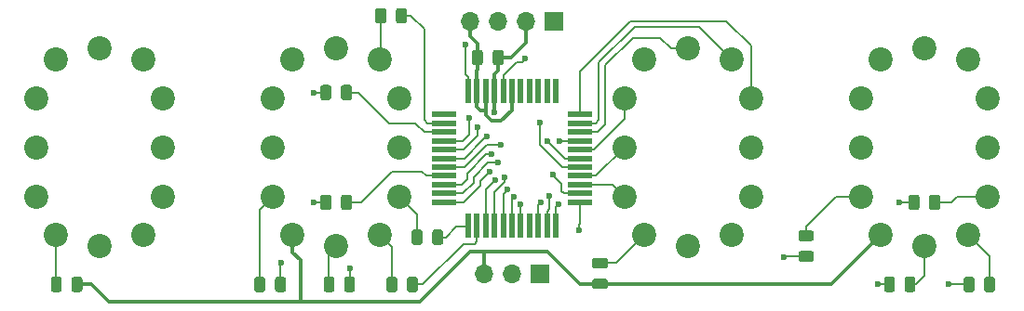
<source format=gbr>
G04 #@! TF.GenerationSoftware,KiCad,Pcbnew,(5.1.5-0-10_14)*
G04 #@! TF.CreationDate,2020-03-24T18:15:21-07:00*
G04 #@! TF.ProjectId,display_module,64697370-6c61-4795-9f6d-6f64756c652e,rev?*
G04 #@! TF.SameCoordinates,Original*
G04 #@! TF.FileFunction,Copper,L1,Top*
G04 #@! TF.FilePolarity,Positive*
%FSLAX46Y46*%
G04 Gerber Fmt 4.6, Leading zero omitted, Abs format (unit mm)*
G04 Created by KiCad (PCBNEW (5.1.5-0-10_14)) date 2020-03-24 18:15:21*
%MOMM*%
%LPD*%
G04 APERTURE LIST*
%ADD10C,0.100000*%
%ADD11O,1.700000X1.700000*%
%ADD12R,1.700000X1.700000*%
%ADD13C,2.200000*%
%ADD14R,0.500000X2.200000*%
%ADD15R,2.200000X0.500000*%
%ADD16C,0.600000*%
%ADD17C,0.300000*%
%ADD18C,0.200000*%
G04 APERTURE END LIST*
G04 #@! TA.AperFunction,SMDPad,CuDef*
D10*
G36*
X134005142Y-116801174D02*
G01*
X134028803Y-116804684D01*
X134052007Y-116810496D01*
X134074529Y-116818554D01*
X134096153Y-116828782D01*
X134116670Y-116841079D01*
X134135883Y-116855329D01*
X134153607Y-116871393D01*
X134169671Y-116889117D01*
X134183921Y-116908330D01*
X134196218Y-116928847D01*
X134206446Y-116950471D01*
X134214504Y-116972993D01*
X134220316Y-116996197D01*
X134223826Y-117019858D01*
X134225000Y-117043750D01*
X134225000Y-117956250D01*
X134223826Y-117980142D01*
X134220316Y-118003803D01*
X134214504Y-118027007D01*
X134206446Y-118049529D01*
X134196218Y-118071153D01*
X134183921Y-118091670D01*
X134169671Y-118110883D01*
X134153607Y-118128607D01*
X134135883Y-118144671D01*
X134116670Y-118158921D01*
X134096153Y-118171218D01*
X134074529Y-118181446D01*
X134052007Y-118189504D01*
X134028803Y-118195316D01*
X134005142Y-118198826D01*
X133981250Y-118200000D01*
X133493750Y-118200000D01*
X133469858Y-118198826D01*
X133446197Y-118195316D01*
X133422993Y-118189504D01*
X133400471Y-118181446D01*
X133378847Y-118171218D01*
X133358330Y-118158921D01*
X133339117Y-118144671D01*
X133321393Y-118128607D01*
X133305329Y-118110883D01*
X133291079Y-118091670D01*
X133278782Y-118071153D01*
X133268554Y-118049529D01*
X133260496Y-118027007D01*
X133254684Y-118003803D01*
X133251174Y-117980142D01*
X133250000Y-117956250D01*
X133250000Y-117043750D01*
X133251174Y-117019858D01*
X133254684Y-116996197D01*
X133260496Y-116972993D01*
X133268554Y-116950471D01*
X133278782Y-116928847D01*
X133291079Y-116908330D01*
X133305329Y-116889117D01*
X133321393Y-116871393D01*
X133339117Y-116855329D01*
X133358330Y-116841079D01*
X133378847Y-116828782D01*
X133400471Y-116818554D01*
X133422993Y-116810496D01*
X133446197Y-116804684D01*
X133469858Y-116801174D01*
X133493750Y-116800000D01*
X133981250Y-116800000D01*
X134005142Y-116801174D01*
G37*
G04 #@! TD.AperFunction*
G04 #@! TA.AperFunction,SMDPad,CuDef*
G36*
X132130142Y-116801174D02*
G01*
X132153803Y-116804684D01*
X132177007Y-116810496D01*
X132199529Y-116818554D01*
X132221153Y-116828782D01*
X132241670Y-116841079D01*
X132260883Y-116855329D01*
X132278607Y-116871393D01*
X132294671Y-116889117D01*
X132308921Y-116908330D01*
X132321218Y-116928847D01*
X132331446Y-116950471D01*
X132339504Y-116972993D01*
X132345316Y-116996197D01*
X132348826Y-117019858D01*
X132350000Y-117043750D01*
X132350000Y-117956250D01*
X132348826Y-117980142D01*
X132345316Y-118003803D01*
X132339504Y-118027007D01*
X132331446Y-118049529D01*
X132321218Y-118071153D01*
X132308921Y-118091670D01*
X132294671Y-118110883D01*
X132278607Y-118128607D01*
X132260883Y-118144671D01*
X132241670Y-118158921D01*
X132221153Y-118171218D01*
X132199529Y-118181446D01*
X132177007Y-118189504D01*
X132153803Y-118195316D01*
X132130142Y-118198826D01*
X132106250Y-118200000D01*
X131618750Y-118200000D01*
X131594858Y-118198826D01*
X131571197Y-118195316D01*
X131547993Y-118189504D01*
X131525471Y-118181446D01*
X131503847Y-118171218D01*
X131483330Y-118158921D01*
X131464117Y-118144671D01*
X131446393Y-118128607D01*
X131430329Y-118110883D01*
X131416079Y-118091670D01*
X131403782Y-118071153D01*
X131393554Y-118049529D01*
X131385496Y-118027007D01*
X131379684Y-118003803D01*
X131376174Y-117980142D01*
X131375000Y-117956250D01*
X131375000Y-117043750D01*
X131376174Y-117019858D01*
X131379684Y-116996197D01*
X131385496Y-116972993D01*
X131393554Y-116950471D01*
X131403782Y-116928847D01*
X131416079Y-116908330D01*
X131430329Y-116889117D01*
X131446393Y-116871393D01*
X131464117Y-116855329D01*
X131483330Y-116841079D01*
X131503847Y-116828782D01*
X131525471Y-116818554D01*
X131547993Y-116810496D01*
X131571197Y-116804684D01*
X131594858Y-116801174D01*
X131618750Y-116800000D01*
X132106250Y-116800000D01*
X132130142Y-116801174D01*
G37*
G04 #@! TD.AperFunction*
G04 #@! TA.AperFunction,SMDPad,CuDef*
G36*
X183080142Y-116801174D02*
G01*
X183103803Y-116804684D01*
X183127007Y-116810496D01*
X183149529Y-116818554D01*
X183171153Y-116828782D01*
X183191670Y-116841079D01*
X183210883Y-116855329D01*
X183228607Y-116871393D01*
X183244671Y-116889117D01*
X183258921Y-116908330D01*
X183271218Y-116928847D01*
X183281446Y-116950471D01*
X183289504Y-116972993D01*
X183295316Y-116996197D01*
X183298826Y-117019858D01*
X183300000Y-117043750D01*
X183300000Y-117956250D01*
X183298826Y-117980142D01*
X183295316Y-118003803D01*
X183289504Y-118027007D01*
X183281446Y-118049529D01*
X183271218Y-118071153D01*
X183258921Y-118091670D01*
X183244671Y-118110883D01*
X183228607Y-118128607D01*
X183210883Y-118144671D01*
X183191670Y-118158921D01*
X183171153Y-118171218D01*
X183149529Y-118181446D01*
X183127007Y-118189504D01*
X183103803Y-118195316D01*
X183080142Y-118198826D01*
X183056250Y-118200000D01*
X182568750Y-118200000D01*
X182544858Y-118198826D01*
X182521197Y-118195316D01*
X182497993Y-118189504D01*
X182475471Y-118181446D01*
X182453847Y-118171218D01*
X182433330Y-118158921D01*
X182414117Y-118144671D01*
X182396393Y-118128607D01*
X182380329Y-118110883D01*
X182366079Y-118091670D01*
X182353782Y-118071153D01*
X182343554Y-118049529D01*
X182335496Y-118027007D01*
X182329684Y-118003803D01*
X182326174Y-117980142D01*
X182325000Y-117956250D01*
X182325000Y-117043750D01*
X182326174Y-117019858D01*
X182329684Y-116996197D01*
X182335496Y-116972993D01*
X182343554Y-116950471D01*
X182353782Y-116928847D01*
X182366079Y-116908330D01*
X182380329Y-116889117D01*
X182396393Y-116871393D01*
X182414117Y-116855329D01*
X182433330Y-116841079D01*
X182453847Y-116828782D01*
X182475471Y-116818554D01*
X182497993Y-116810496D01*
X182521197Y-116804684D01*
X182544858Y-116801174D01*
X182568750Y-116800000D01*
X183056250Y-116800000D01*
X183080142Y-116801174D01*
G37*
G04 #@! TD.AperFunction*
G04 #@! TA.AperFunction,SMDPad,CuDef*
G36*
X184955142Y-116801174D02*
G01*
X184978803Y-116804684D01*
X185002007Y-116810496D01*
X185024529Y-116818554D01*
X185046153Y-116828782D01*
X185066670Y-116841079D01*
X185085883Y-116855329D01*
X185103607Y-116871393D01*
X185119671Y-116889117D01*
X185133921Y-116908330D01*
X185146218Y-116928847D01*
X185156446Y-116950471D01*
X185164504Y-116972993D01*
X185170316Y-116996197D01*
X185173826Y-117019858D01*
X185175000Y-117043750D01*
X185175000Y-117956250D01*
X185173826Y-117980142D01*
X185170316Y-118003803D01*
X185164504Y-118027007D01*
X185156446Y-118049529D01*
X185146218Y-118071153D01*
X185133921Y-118091670D01*
X185119671Y-118110883D01*
X185103607Y-118128607D01*
X185085883Y-118144671D01*
X185066670Y-118158921D01*
X185046153Y-118171218D01*
X185024529Y-118181446D01*
X185002007Y-118189504D01*
X184978803Y-118195316D01*
X184955142Y-118198826D01*
X184931250Y-118200000D01*
X184443750Y-118200000D01*
X184419858Y-118198826D01*
X184396197Y-118195316D01*
X184372993Y-118189504D01*
X184350471Y-118181446D01*
X184328847Y-118171218D01*
X184308330Y-118158921D01*
X184289117Y-118144671D01*
X184271393Y-118128607D01*
X184255329Y-118110883D01*
X184241079Y-118091670D01*
X184228782Y-118071153D01*
X184218554Y-118049529D01*
X184210496Y-118027007D01*
X184204684Y-118003803D01*
X184201174Y-117980142D01*
X184200000Y-117956250D01*
X184200000Y-117043750D01*
X184201174Y-117019858D01*
X184204684Y-116996197D01*
X184210496Y-116972993D01*
X184218554Y-116950471D01*
X184228782Y-116928847D01*
X184241079Y-116908330D01*
X184255329Y-116889117D01*
X184271393Y-116871393D01*
X184289117Y-116855329D01*
X184308330Y-116841079D01*
X184328847Y-116828782D01*
X184350471Y-116818554D01*
X184372993Y-116810496D01*
X184396197Y-116804684D01*
X184419858Y-116801174D01*
X184443750Y-116800000D01*
X184931250Y-116800000D01*
X184955142Y-116801174D01*
G37*
G04 #@! TD.AperFunction*
G04 #@! TA.AperFunction,SMDPad,CuDef*
G36*
X107330142Y-116801174D02*
G01*
X107353803Y-116804684D01*
X107377007Y-116810496D01*
X107399529Y-116818554D01*
X107421153Y-116828782D01*
X107441670Y-116841079D01*
X107460883Y-116855329D01*
X107478607Y-116871393D01*
X107494671Y-116889117D01*
X107508921Y-116908330D01*
X107521218Y-116928847D01*
X107531446Y-116950471D01*
X107539504Y-116972993D01*
X107545316Y-116996197D01*
X107548826Y-117019858D01*
X107550000Y-117043750D01*
X107550000Y-117956250D01*
X107548826Y-117980142D01*
X107545316Y-118003803D01*
X107539504Y-118027007D01*
X107531446Y-118049529D01*
X107521218Y-118071153D01*
X107508921Y-118091670D01*
X107494671Y-118110883D01*
X107478607Y-118128607D01*
X107460883Y-118144671D01*
X107441670Y-118158921D01*
X107421153Y-118171218D01*
X107399529Y-118181446D01*
X107377007Y-118189504D01*
X107353803Y-118195316D01*
X107330142Y-118198826D01*
X107306250Y-118200000D01*
X106818750Y-118200000D01*
X106794858Y-118198826D01*
X106771197Y-118195316D01*
X106747993Y-118189504D01*
X106725471Y-118181446D01*
X106703847Y-118171218D01*
X106683330Y-118158921D01*
X106664117Y-118144671D01*
X106646393Y-118128607D01*
X106630329Y-118110883D01*
X106616079Y-118091670D01*
X106603782Y-118071153D01*
X106593554Y-118049529D01*
X106585496Y-118027007D01*
X106579684Y-118003803D01*
X106576174Y-117980142D01*
X106575000Y-117956250D01*
X106575000Y-117043750D01*
X106576174Y-117019858D01*
X106579684Y-116996197D01*
X106585496Y-116972993D01*
X106593554Y-116950471D01*
X106603782Y-116928847D01*
X106616079Y-116908330D01*
X106630329Y-116889117D01*
X106646393Y-116871393D01*
X106664117Y-116855329D01*
X106683330Y-116841079D01*
X106703847Y-116828782D01*
X106725471Y-116818554D01*
X106747993Y-116810496D01*
X106771197Y-116804684D01*
X106794858Y-116801174D01*
X106818750Y-116800000D01*
X107306250Y-116800000D01*
X107330142Y-116801174D01*
G37*
G04 #@! TD.AperFunction*
G04 #@! TA.AperFunction,SMDPad,CuDef*
G36*
X109205142Y-116801174D02*
G01*
X109228803Y-116804684D01*
X109252007Y-116810496D01*
X109274529Y-116818554D01*
X109296153Y-116828782D01*
X109316670Y-116841079D01*
X109335883Y-116855329D01*
X109353607Y-116871393D01*
X109369671Y-116889117D01*
X109383921Y-116908330D01*
X109396218Y-116928847D01*
X109406446Y-116950471D01*
X109414504Y-116972993D01*
X109420316Y-116996197D01*
X109423826Y-117019858D01*
X109425000Y-117043750D01*
X109425000Y-117956250D01*
X109423826Y-117980142D01*
X109420316Y-118003803D01*
X109414504Y-118027007D01*
X109406446Y-118049529D01*
X109396218Y-118071153D01*
X109383921Y-118091670D01*
X109369671Y-118110883D01*
X109353607Y-118128607D01*
X109335883Y-118144671D01*
X109316670Y-118158921D01*
X109296153Y-118171218D01*
X109274529Y-118181446D01*
X109252007Y-118189504D01*
X109228803Y-118195316D01*
X109205142Y-118198826D01*
X109181250Y-118200000D01*
X108693750Y-118200000D01*
X108669858Y-118198826D01*
X108646197Y-118195316D01*
X108622993Y-118189504D01*
X108600471Y-118181446D01*
X108578847Y-118171218D01*
X108558330Y-118158921D01*
X108539117Y-118144671D01*
X108521393Y-118128607D01*
X108505329Y-118110883D01*
X108491079Y-118091670D01*
X108478782Y-118071153D01*
X108468554Y-118049529D01*
X108460496Y-118027007D01*
X108454684Y-118003803D01*
X108451174Y-117980142D01*
X108450000Y-117956250D01*
X108450000Y-117043750D01*
X108451174Y-117019858D01*
X108454684Y-116996197D01*
X108460496Y-116972993D01*
X108468554Y-116950471D01*
X108478782Y-116928847D01*
X108491079Y-116908330D01*
X108505329Y-116889117D01*
X108521393Y-116871393D01*
X108539117Y-116855329D01*
X108558330Y-116841079D01*
X108578847Y-116828782D01*
X108600471Y-116818554D01*
X108622993Y-116810496D01*
X108646197Y-116804684D01*
X108669858Y-116801174D01*
X108693750Y-116800000D01*
X109181250Y-116800000D01*
X109205142Y-116801174D01*
G37*
G04 #@! TD.AperFunction*
G04 #@! TA.AperFunction,SMDPad,CuDef*
G36*
X138705142Y-92301174D02*
G01*
X138728803Y-92304684D01*
X138752007Y-92310496D01*
X138774529Y-92318554D01*
X138796153Y-92328782D01*
X138816670Y-92341079D01*
X138835883Y-92355329D01*
X138853607Y-92371393D01*
X138869671Y-92389117D01*
X138883921Y-92408330D01*
X138896218Y-92428847D01*
X138906446Y-92450471D01*
X138914504Y-92472993D01*
X138920316Y-92496197D01*
X138923826Y-92519858D01*
X138925000Y-92543750D01*
X138925000Y-93456250D01*
X138923826Y-93480142D01*
X138920316Y-93503803D01*
X138914504Y-93527007D01*
X138906446Y-93549529D01*
X138896218Y-93571153D01*
X138883921Y-93591670D01*
X138869671Y-93610883D01*
X138853607Y-93628607D01*
X138835883Y-93644671D01*
X138816670Y-93658921D01*
X138796153Y-93671218D01*
X138774529Y-93681446D01*
X138752007Y-93689504D01*
X138728803Y-93695316D01*
X138705142Y-93698826D01*
X138681250Y-93700000D01*
X138193750Y-93700000D01*
X138169858Y-93698826D01*
X138146197Y-93695316D01*
X138122993Y-93689504D01*
X138100471Y-93681446D01*
X138078847Y-93671218D01*
X138058330Y-93658921D01*
X138039117Y-93644671D01*
X138021393Y-93628607D01*
X138005329Y-93610883D01*
X137991079Y-93591670D01*
X137978782Y-93571153D01*
X137968554Y-93549529D01*
X137960496Y-93527007D01*
X137954684Y-93503803D01*
X137951174Y-93480142D01*
X137950000Y-93456250D01*
X137950000Y-92543750D01*
X137951174Y-92519858D01*
X137954684Y-92496197D01*
X137960496Y-92472993D01*
X137968554Y-92450471D01*
X137978782Y-92428847D01*
X137991079Y-92408330D01*
X138005329Y-92389117D01*
X138021393Y-92371393D01*
X138039117Y-92355329D01*
X138058330Y-92341079D01*
X138078847Y-92328782D01*
X138100471Y-92318554D01*
X138122993Y-92310496D01*
X138146197Y-92304684D01*
X138169858Y-92301174D01*
X138193750Y-92300000D01*
X138681250Y-92300000D01*
X138705142Y-92301174D01*
G37*
G04 #@! TD.AperFunction*
G04 #@! TA.AperFunction,SMDPad,CuDef*
G36*
X136830142Y-92301174D02*
G01*
X136853803Y-92304684D01*
X136877007Y-92310496D01*
X136899529Y-92318554D01*
X136921153Y-92328782D01*
X136941670Y-92341079D01*
X136960883Y-92355329D01*
X136978607Y-92371393D01*
X136994671Y-92389117D01*
X137008921Y-92408330D01*
X137021218Y-92428847D01*
X137031446Y-92450471D01*
X137039504Y-92472993D01*
X137045316Y-92496197D01*
X137048826Y-92519858D01*
X137050000Y-92543750D01*
X137050000Y-93456250D01*
X137048826Y-93480142D01*
X137045316Y-93503803D01*
X137039504Y-93527007D01*
X137031446Y-93549529D01*
X137021218Y-93571153D01*
X137008921Y-93591670D01*
X136994671Y-93610883D01*
X136978607Y-93628607D01*
X136960883Y-93644671D01*
X136941670Y-93658921D01*
X136921153Y-93671218D01*
X136899529Y-93681446D01*
X136877007Y-93689504D01*
X136853803Y-93695316D01*
X136830142Y-93698826D01*
X136806250Y-93700000D01*
X136318750Y-93700000D01*
X136294858Y-93698826D01*
X136271197Y-93695316D01*
X136247993Y-93689504D01*
X136225471Y-93681446D01*
X136203847Y-93671218D01*
X136183330Y-93658921D01*
X136164117Y-93644671D01*
X136146393Y-93628607D01*
X136130329Y-93610883D01*
X136116079Y-93591670D01*
X136103782Y-93571153D01*
X136093554Y-93549529D01*
X136085496Y-93527007D01*
X136079684Y-93503803D01*
X136076174Y-93480142D01*
X136075000Y-93456250D01*
X136075000Y-92543750D01*
X136076174Y-92519858D01*
X136079684Y-92496197D01*
X136085496Y-92472993D01*
X136093554Y-92450471D01*
X136103782Y-92428847D01*
X136116079Y-92408330D01*
X136130329Y-92389117D01*
X136146393Y-92371393D01*
X136164117Y-92355329D01*
X136183330Y-92341079D01*
X136203847Y-92328782D01*
X136225471Y-92318554D01*
X136247993Y-92310496D01*
X136271197Y-92304684D01*
X136294858Y-92301174D01*
X136318750Y-92300000D01*
X136806250Y-92300000D01*
X136830142Y-92301174D01*
G37*
G04 #@! TD.AperFunction*
G04 #@! TA.AperFunction,SMDPad,CuDef*
G36*
X133705142Y-99301174D02*
G01*
X133728803Y-99304684D01*
X133752007Y-99310496D01*
X133774529Y-99318554D01*
X133796153Y-99328782D01*
X133816670Y-99341079D01*
X133835883Y-99355329D01*
X133853607Y-99371393D01*
X133869671Y-99389117D01*
X133883921Y-99408330D01*
X133896218Y-99428847D01*
X133906446Y-99450471D01*
X133914504Y-99472993D01*
X133920316Y-99496197D01*
X133923826Y-99519858D01*
X133925000Y-99543750D01*
X133925000Y-100456250D01*
X133923826Y-100480142D01*
X133920316Y-100503803D01*
X133914504Y-100527007D01*
X133906446Y-100549529D01*
X133896218Y-100571153D01*
X133883921Y-100591670D01*
X133869671Y-100610883D01*
X133853607Y-100628607D01*
X133835883Y-100644671D01*
X133816670Y-100658921D01*
X133796153Y-100671218D01*
X133774529Y-100681446D01*
X133752007Y-100689504D01*
X133728803Y-100695316D01*
X133705142Y-100698826D01*
X133681250Y-100700000D01*
X133193750Y-100700000D01*
X133169858Y-100698826D01*
X133146197Y-100695316D01*
X133122993Y-100689504D01*
X133100471Y-100681446D01*
X133078847Y-100671218D01*
X133058330Y-100658921D01*
X133039117Y-100644671D01*
X133021393Y-100628607D01*
X133005329Y-100610883D01*
X132991079Y-100591670D01*
X132978782Y-100571153D01*
X132968554Y-100549529D01*
X132960496Y-100527007D01*
X132954684Y-100503803D01*
X132951174Y-100480142D01*
X132950000Y-100456250D01*
X132950000Y-99543750D01*
X132951174Y-99519858D01*
X132954684Y-99496197D01*
X132960496Y-99472993D01*
X132968554Y-99450471D01*
X132978782Y-99428847D01*
X132991079Y-99408330D01*
X133005329Y-99389117D01*
X133021393Y-99371393D01*
X133039117Y-99355329D01*
X133058330Y-99341079D01*
X133078847Y-99328782D01*
X133100471Y-99318554D01*
X133122993Y-99310496D01*
X133146197Y-99304684D01*
X133169858Y-99301174D01*
X133193750Y-99300000D01*
X133681250Y-99300000D01*
X133705142Y-99301174D01*
G37*
G04 #@! TD.AperFunction*
G04 #@! TA.AperFunction,SMDPad,CuDef*
G36*
X131830142Y-99301174D02*
G01*
X131853803Y-99304684D01*
X131877007Y-99310496D01*
X131899529Y-99318554D01*
X131921153Y-99328782D01*
X131941670Y-99341079D01*
X131960883Y-99355329D01*
X131978607Y-99371393D01*
X131994671Y-99389117D01*
X132008921Y-99408330D01*
X132021218Y-99428847D01*
X132031446Y-99450471D01*
X132039504Y-99472993D01*
X132045316Y-99496197D01*
X132048826Y-99519858D01*
X132050000Y-99543750D01*
X132050000Y-100456250D01*
X132048826Y-100480142D01*
X132045316Y-100503803D01*
X132039504Y-100527007D01*
X132031446Y-100549529D01*
X132021218Y-100571153D01*
X132008921Y-100591670D01*
X131994671Y-100610883D01*
X131978607Y-100628607D01*
X131960883Y-100644671D01*
X131941670Y-100658921D01*
X131921153Y-100671218D01*
X131899529Y-100681446D01*
X131877007Y-100689504D01*
X131853803Y-100695316D01*
X131830142Y-100698826D01*
X131806250Y-100700000D01*
X131318750Y-100700000D01*
X131294858Y-100698826D01*
X131271197Y-100695316D01*
X131247993Y-100689504D01*
X131225471Y-100681446D01*
X131203847Y-100671218D01*
X131183330Y-100658921D01*
X131164117Y-100644671D01*
X131146393Y-100628607D01*
X131130329Y-100610883D01*
X131116079Y-100591670D01*
X131103782Y-100571153D01*
X131093554Y-100549529D01*
X131085496Y-100527007D01*
X131079684Y-100503803D01*
X131076174Y-100480142D01*
X131075000Y-100456250D01*
X131075000Y-99543750D01*
X131076174Y-99519858D01*
X131079684Y-99496197D01*
X131085496Y-99472993D01*
X131093554Y-99450471D01*
X131103782Y-99428847D01*
X131116079Y-99408330D01*
X131130329Y-99389117D01*
X131146393Y-99371393D01*
X131164117Y-99355329D01*
X131183330Y-99341079D01*
X131203847Y-99328782D01*
X131225471Y-99318554D01*
X131247993Y-99310496D01*
X131271197Y-99304684D01*
X131294858Y-99301174D01*
X131318750Y-99300000D01*
X131806250Y-99300000D01*
X131830142Y-99301174D01*
G37*
G04 #@! TD.AperFunction*
G04 #@! TA.AperFunction,SMDPad,CuDef*
G36*
X133705142Y-109301174D02*
G01*
X133728803Y-109304684D01*
X133752007Y-109310496D01*
X133774529Y-109318554D01*
X133796153Y-109328782D01*
X133816670Y-109341079D01*
X133835883Y-109355329D01*
X133853607Y-109371393D01*
X133869671Y-109389117D01*
X133883921Y-109408330D01*
X133896218Y-109428847D01*
X133906446Y-109450471D01*
X133914504Y-109472993D01*
X133920316Y-109496197D01*
X133923826Y-109519858D01*
X133925000Y-109543750D01*
X133925000Y-110456250D01*
X133923826Y-110480142D01*
X133920316Y-110503803D01*
X133914504Y-110527007D01*
X133906446Y-110549529D01*
X133896218Y-110571153D01*
X133883921Y-110591670D01*
X133869671Y-110610883D01*
X133853607Y-110628607D01*
X133835883Y-110644671D01*
X133816670Y-110658921D01*
X133796153Y-110671218D01*
X133774529Y-110681446D01*
X133752007Y-110689504D01*
X133728803Y-110695316D01*
X133705142Y-110698826D01*
X133681250Y-110700000D01*
X133193750Y-110700000D01*
X133169858Y-110698826D01*
X133146197Y-110695316D01*
X133122993Y-110689504D01*
X133100471Y-110681446D01*
X133078847Y-110671218D01*
X133058330Y-110658921D01*
X133039117Y-110644671D01*
X133021393Y-110628607D01*
X133005329Y-110610883D01*
X132991079Y-110591670D01*
X132978782Y-110571153D01*
X132968554Y-110549529D01*
X132960496Y-110527007D01*
X132954684Y-110503803D01*
X132951174Y-110480142D01*
X132950000Y-110456250D01*
X132950000Y-109543750D01*
X132951174Y-109519858D01*
X132954684Y-109496197D01*
X132960496Y-109472993D01*
X132968554Y-109450471D01*
X132978782Y-109428847D01*
X132991079Y-109408330D01*
X133005329Y-109389117D01*
X133021393Y-109371393D01*
X133039117Y-109355329D01*
X133058330Y-109341079D01*
X133078847Y-109328782D01*
X133100471Y-109318554D01*
X133122993Y-109310496D01*
X133146197Y-109304684D01*
X133169858Y-109301174D01*
X133193750Y-109300000D01*
X133681250Y-109300000D01*
X133705142Y-109301174D01*
G37*
G04 #@! TD.AperFunction*
G04 #@! TA.AperFunction,SMDPad,CuDef*
G36*
X131830142Y-109301174D02*
G01*
X131853803Y-109304684D01*
X131877007Y-109310496D01*
X131899529Y-109318554D01*
X131921153Y-109328782D01*
X131941670Y-109341079D01*
X131960883Y-109355329D01*
X131978607Y-109371393D01*
X131994671Y-109389117D01*
X132008921Y-109408330D01*
X132021218Y-109428847D01*
X132031446Y-109450471D01*
X132039504Y-109472993D01*
X132045316Y-109496197D01*
X132048826Y-109519858D01*
X132050000Y-109543750D01*
X132050000Y-110456250D01*
X132048826Y-110480142D01*
X132045316Y-110503803D01*
X132039504Y-110527007D01*
X132031446Y-110549529D01*
X132021218Y-110571153D01*
X132008921Y-110591670D01*
X131994671Y-110610883D01*
X131978607Y-110628607D01*
X131960883Y-110644671D01*
X131941670Y-110658921D01*
X131921153Y-110671218D01*
X131899529Y-110681446D01*
X131877007Y-110689504D01*
X131853803Y-110695316D01*
X131830142Y-110698826D01*
X131806250Y-110700000D01*
X131318750Y-110700000D01*
X131294858Y-110698826D01*
X131271197Y-110695316D01*
X131247993Y-110689504D01*
X131225471Y-110681446D01*
X131203847Y-110671218D01*
X131183330Y-110658921D01*
X131164117Y-110644671D01*
X131146393Y-110628607D01*
X131130329Y-110610883D01*
X131116079Y-110591670D01*
X131103782Y-110571153D01*
X131093554Y-110549529D01*
X131085496Y-110527007D01*
X131079684Y-110503803D01*
X131076174Y-110480142D01*
X131075000Y-110456250D01*
X131075000Y-109543750D01*
X131076174Y-109519858D01*
X131079684Y-109496197D01*
X131085496Y-109472993D01*
X131093554Y-109450471D01*
X131103782Y-109428847D01*
X131116079Y-109408330D01*
X131130329Y-109389117D01*
X131146393Y-109371393D01*
X131164117Y-109355329D01*
X131183330Y-109341079D01*
X131203847Y-109328782D01*
X131225471Y-109318554D01*
X131247993Y-109310496D01*
X131271197Y-109304684D01*
X131294858Y-109301174D01*
X131318750Y-109300000D01*
X131806250Y-109300000D01*
X131830142Y-109301174D01*
G37*
G04 #@! TD.AperFunction*
G04 #@! TA.AperFunction,SMDPad,CuDef*
G36*
X142005142Y-112501174D02*
G01*
X142028803Y-112504684D01*
X142052007Y-112510496D01*
X142074529Y-112518554D01*
X142096153Y-112528782D01*
X142116670Y-112541079D01*
X142135883Y-112555329D01*
X142153607Y-112571393D01*
X142169671Y-112589117D01*
X142183921Y-112608330D01*
X142196218Y-112628847D01*
X142206446Y-112650471D01*
X142214504Y-112672993D01*
X142220316Y-112696197D01*
X142223826Y-112719858D01*
X142225000Y-112743750D01*
X142225000Y-113656250D01*
X142223826Y-113680142D01*
X142220316Y-113703803D01*
X142214504Y-113727007D01*
X142206446Y-113749529D01*
X142196218Y-113771153D01*
X142183921Y-113791670D01*
X142169671Y-113810883D01*
X142153607Y-113828607D01*
X142135883Y-113844671D01*
X142116670Y-113858921D01*
X142096153Y-113871218D01*
X142074529Y-113881446D01*
X142052007Y-113889504D01*
X142028803Y-113895316D01*
X142005142Y-113898826D01*
X141981250Y-113900000D01*
X141493750Y-113900000D01*
X141469858Y-113898826D01*
X141446197Y-113895316D01*
X141422993Y-113889504D01*
X141400471Y-113881446D01*
X141378847Y-113871218D01*
X141358330Y-113858921D01*
X141339117Y-113844671D01*
X141321393Y-113828607D01*
X141305329Y-113810883D01*
X141291079Y-113791670D01*
X141278782Y-113771153D01*
X141268554Y-113749529D01*
X141260496Y-113727007D01*
X141254684Y-113703803D01*
X141251174Y-113680142D01*
X141250000Y-113656250D01*
X141250000Y-112743750D01*
X141251174Y-112719858D01*
X141254684Y-112696197D01*
X141260496Y-112672993D01*
X141268554Y-112650471D01*
X141278782Y-112628847D01*
X141291079Y-112608330D01*
X141305329Y-112589117D01*
X141321393Y-112571393D01*
X141339117Y-112555329D01*
X141358330Y-112541079D01*
X141378847Y-112528782D01*
X141400471Y-112518554D01*
X141422993Y-112510496D01*
X141446197Y-112504684D01*
X141469858Y-112501174D01*
X141493750Y-112500000D01*
X141981250Y-112500000D01*
X142005142Y-112501174D01*
G37*
G04 #@! TD.AperFunction*
G04 #@! TA.AperFunction,SMDPad,CuDef*
G36*
X140130142Y-112501174D02*
G01*
X140153803Y-112504684D01*
X140177007Y-112510496D01*
X140199529Y-112518554D01*
X140221153Y-112528782D01*
X140241670Y-112541079D01*
X140260883Y-112555329D01*
X140278607Y-112571393D01*
X140294671Y-112589117D01*
X140308921Y-112608330D01*
X140321218Y-112628847D01*
X140331446Y-112650471D01*
X140339504Y-112672993D01*
X140345316Y-112696197D01*
X140348826Y-112719858D01*
X140350000Y-112743750D01*
X140350000Y-113656250D01*
X140348826Y-113680142D01*
X140345316Y-113703803D01*
X140339504Y-113727007D01*
X140331446Y-113749529D01*
X140321218Y-113771153D01*
X140308921Y-113791670D01*
X140294671Y-113810883D01*
X140278607Y-113828607D01*
X140260883Y-113844671D01*
X140241670Y-113858921D01*
X140221153Y-113871218D01*
X140199529Y-113881446D01*
X140177007Y-113889504D01*
X140153803Y-113895316D01*
X140130142Y-113898826D01*
X140106250Y-113900000D01*
X139618750Y-113900000D01*
X139594858Y-113898826D01*
X139571197Y-113895316D01*
X139547993Y-113889504D01*
X139525471Y-113881446D01*
X139503847Y-113871218D01*
X139483330Y-113858921D01*
X139464117Y-113844671D01*
X139446393Y-113828607D01*
X139430329Y-113810883D01*
X139416079Y-113791670D01*
X139403782Y-113771153D01*
X139393554Y-113749529D01*
X139385496Y-113727007D01*
X139379684Y-113703803D01*
X139376174Y-113680142D01*
X139375000Y-113656250D01*
X139375000Y-112743750D01*
X139376174Y-112719858D01*
X139379684Y-112696197D01*
X139385496Y-112672993D01*
X139393554Y-112650471D01*
X139403782Y-112628847D01*
X139416079Y-112608330D01*
X139430329Y-112589117D01*
X139446393Y-112571393D01*
X139464117Y-112555329D01*
X139483330Y-112541079D01*
X139503847Y-112528782D01*
X139525471Y-112518554D01*
X139547993Y-112510496D01*
X139571197Y-112504684D01*
X139594858Y-112501174D01*
X139618750Y-112500000D01*
X140106250Y-112500000D01*
X140130142Y-112501174D01*
G37*
G04 #@! TD.AperFunction*
G04 #@! TA.AperFunction,SMDPad,CuDef*
G36*
X139705142Y-116801174D02*
G01*
X139728803Y-116804684D01*
X139752007Y-116810496D01*
X139774529Y-116818554D01*
X139796153Y-116828782D01*
X139816670Y-116841079D01*
X139835883Y-116855329D01*
X139853607Y-116871393D01*
X139869671Y-116889117D01*
X139883921Y-116908330D01*
X139896218Y-116928847D01*
X139906446Y-116950471D01*
X139914504Y-116972993D01*
X139920316Y-116996197D01*
X139923826Y-117019858D01*
X139925000Y-117043750D01*
X139925000Y-117956250D01*
X139923826Y-117980142D01*
X139920316Y-118003803D01*
X139914504Y-118027007D01*
X139906446Y-118049529D01*
X139896218Y-118071153D01*
X139883921Y-118091670D01*
X139869671Y-118110883D01*
X139853607Y-118128607D01*
X139835883Y-118144671D01*
X139816670Y-118158921D01*
X139796153Y-118171218D01*
X139774529Y-118181446D01*
X139752007Y-118189504D01*
X139728803Y-118195316D01*
X139705142Y-118198826D01*
X139681250Y-118200000D01*
X139193750Y-118200000D01*
X139169858Y-118198826D01*
X139146197Y-118195316D01*
X139122993Y-118189504D01*
X139100471Y-118181446D01*
X139078847Y-118171218D01*
X139058330Y-118158921D01*
X139039117Y-118144671D01*
X139021393Y-118128607D01*
X139005329Y-118110883D01*
X138991079Y-118091670D01*
X138978782Y-118071153D01*
X138968554Y-118049529D01*
X138960496Y-118027007D01*
X138954684Y-118003803D01*
X138951174Y-117980142D01*
X138950000Y-117956250D01*
X138950000Y-117043750D01*
X138951174Y-117019858D01*
X138954684Y-116996197D01*
X138960496Y-116972993D01*
X138968554Y-116950471D01*
X138978782Y-116928847D01*
X138991079Y-116908330D01*
X139005329Y-116889117D01*
X139021393Y-116871393D01*
X139039117Y-116855329D01*
X139058330Y-116841079D01*
X139078847Y-116828782D01*
X139100471Y-116818554D01*
X139122993Y-116810496D01*
X139146197Y-116804684D01*
X139169858Y-116801174D01*
X139193750Y-116800000D01*
X139681250Y-116800000D01*
X139705142Y-116801174D01*
G37*
G04 #@! TD.AperFunction*
G04 #@! TA.AperFunction,SMDPad,CuDef*
G36*
X137830142Y-116801174D02*
G01*
X137853803Y-116804684D01*
X137877007Y-116810496D01*
X137899529Y-116818554D01*
X137921153Y-116828782D01*
X137941670Y-116841079D01*
X137960883Y-116855329D01*
X137978607Y-116871393D01*
X137994671Y-116889117D01*
X138008921Y-116908330D01*
X138021218Y-116928847D01*
X138031446Y-116950471D01*
X138039504Y-116972993D01*
X138045316Y-116996197D01*
X138048826Y-117019858D01*
X138050000Y-117043750D01*
X138050000Y-117956250D01*
X138048826Y-117980142D01*
X138045316Y-118003803D01*
X138039504Y-118027007D01*
X138031446Y-118049529D01*
X138021218Y-118071153D01*
X138008921Y-118091670D01*
X137994671Y-118110883D01*
X137978607Y-118128607D01*
X137960883Y-118144671D01*
X137941670Y-118158921D01*
X137921153Y-118171218D01*
X137899529Y-118181446D01*
X137877007Y-118189504D01*
X137853803Y-118195316D01*
X137830142Y-118198826D01*
X137806250Y-118200000D01*
X137318750Y-118200000D01*
X137294858Y-118198826D01*
X137271197Y-118195316D01*
X137247993Y-118189504D01*
X137225471Y-118181446D01*
X137203847Y-118171218D01*
X137183330Y-118158921D01*
X137164117Y-118144671D01*
X137146393Y-118128607D01*
X137130329Y-118110883D01*
X137116079Y-118091670D01*
X137103782Y-118071153D01*
X137093554Y-118049529D01*
X137085496Y-118027007D01*
X137079684Y-118003803D01*
X137076174Y-117980142D01*
X137075000Y-117956250D01*
X137075000Y-117043750D01*
X137076174Y-117019858D01*
X137079684Y-116996197D01*
X137085496Y-116972993D01*
X137093554Y-116950471D01*
X137103782Y-116928847D01*
X137116079Y-116908330D01*
X137130329Y-116889117D01*
X137146393Y-116871393D01*
X137164117Y-116855329D01*
X137183330Y-116841079D01*
X137203847Y-116828782D01*
X137225471Y-116818554D01*
X137247993Y-116810496D01*
X137271197Y-116804684D01*
X137294858Y-116801174D01*
X137318750Y-116800000D01*
X137806250Y-116800000D01*
X137830142Y-116801174D01*
G37*
G04 #@! TD.AperFunction*
G04 #@! TA.AperFunction,SMDPad,CuDef*
G36*
X127705142Y-116801174D02*
G01*
X127728803Y-116804684D01*
X127752007Y-116810496D01*
X127774529Y-116818554D01*
X127796153Y-116828782D01*
X127816670Y-116841079D01*
X127835883Y-116855329D01*
X127853607Y-116871393D01*
X127869671Y-116889117D01*
X127883921Y-116908330D01*
X127896218Y-116928847D01*
X127906446Y-116950471D01*
X127914504Y-116972993D01*
X127920316Y-116996197D01*
X127923826Y-117019858D01*
X127925000Y-117043750D01*
X127925000Y-117956250D01*
X127923826Y-117980142D01*
X127920316Y-118003803D01*
X127914504Y-118027007D01*
X127906446Y-118049529D01*
X127896218Y-118071153D01*
X127883921Y-118091670D01*
X127869671Y-118110883D01*
X127853607Y-118128607D01*
X127835883Y-118144671D01*
X127816670Y-118158921D01*
X127796153Y-118171218D01*
X127774529Y-118181446D01*
X127752007Y-118189504D01*
X127728803Y-118195316D01*
X127705142Y-118198826D01*
X127681250Y-118200000D01*
X127193750Y-118200000D01*
X127169858Y-118198826D01*
X127146197Y-118195316D01*
X127122993Y-118189504D01*
X127100471Y-118181446D01*
X127078847Y-118171218D01*
X127058330Y-118158921D01*
X127039117Y-118144671D01*
X127021393Y-118128607D01*
X127005329Y-118110883D01*
X126991079Y-118091670D01*
X126978782Y-118071153D01*
X126968554Y-118049529D01*
X126960496Y-118027007D01*
X126954684Y-118003803D01*
X126951174Y-117980142D01*
X126950000Y-117956250D01*
X126950000Y-117043750D01*
X126951174Y-117019858D01*
X126954684Y-116996197D01*
X126960496Y-116972993D01*
X126968554Y-116950471D01*
X126978782Y-116928847D01*
X126991079Y-116908330D01*
X127005329Y-116889117D01*
X127021393Y-116871393D01*
X127039117Y-116855329D01*
X127058330Y-116841079D01*
X127078847Y-116828782D01*
X127100471Y-116818554D01*
X127122993Y-116810496D01*
X127146197Y-116804684D01*
X127169858Y-116801174D01*
X127193750Y-116800000D01*
X127681250Y-116800000D01*
X127705142Y-116801174D01*
G37*
G04 #@! TD.AperFunction*
G04 #@! TA.AperFunction,SMDPad,CuDef*
G36*
X125830142Y-116801174D02*
G01*
X125853803Y-116804684D01*
X125877007Y-116810496D01*
X125899529Y-116818554D01*
X125921153Y-116828782D01*
X125941670Y-116841079D01*
X125960883Y-116855329D01*
X125978607Y-116871393D01*
X125994671Y-116889117D01*
X126008921Y-116908330D01*
X126021218Y-116928847D01*
X126031446Y-116950471D01*
X126039504Y-116972993D01*
X126045316Y-116996197D01*
X126048826Y-117019858D01*
X126050000Y-117043750D01*
X126050000Y-117956250D01*
X126048826Y-117980142D01*
X126045316Y-118003803D01*
X126039504Y-118027007D01*
X126031446Y-118049529D01*
X126021218Y-118071153D01*
X126008921Y-118091670D01*
X125994671Y-118110883D01*
X125978607Y-118128607D01*
X125960883Y-118144671D01*
X125941670Y-118158921D01*
X125921153Y-118171218D01*
X125899529Y-118181446D01*
X125877007Y-118189504D01*
X125853803Y-118195316D01*
X125830142Y-118198826D01*
X125806250Y-118200000D01*
X125318750Y-118200000D01*
X125294858Y-118198826D01*
X125271197Y-118195316D01*
X125247993Y-118189504D01*
X125225471Y-118181446D01*
X125203847Y-118171218D01*
X125183330Y-118158921D01*
X125164117Y-118144671D01*
X125146393Y-118128607D01*
X125130329Y-118110883D01*
X125116079Y-118091670D01*
X125103782Y-118071153D01*
X125093554Y-118049529D01*
X125085496Y-118027007D01*
X125079684Y-118003803D01*
X125076174Y-117980142D01*
X125075000Y-117956250D01*
X125075000Y-117043750D01*
X125076174Y-117019858D01*
X125079684Y-116996197D01*
X125085496Y-116972993D01*
X125093554Y-116950471D01*
X125103782Y-116928847D01*
X125116079Y-116908330D01*
X125130329Y-116889117D01*
X125146393Y-116871393D01*
X125164117Y-116855329D01*
X125183330Y-116841079D01*
X125203847Y-116828782D01*
X125225471Y-116818554D01*
X125247993Y-116810496D01*
X125271197Y-116804684D01*
X125294858Y-116801174D01*
X125318750Y-116800000D01*
X125806250Y-116800000D01*
X125830142Y-116801174D01*
G37*
G04 #@! TD.AperFunction*
G04 #@! TA.AperFunction,SMDPad,CuDef*
G36*
X156980142Y-115076174D02*
G01*
X157003803Y-115079684D01*
X157027007Y-115085496D01*
X157049529Y-115093554D01*
X157071153Y-115103782D01*
X157091670Y-115116079D01*
X157110883Y-115130329D01*
X157128607Y-115146393D01*
X157144671Y-115164117D01*
X157158921Y-115183330D01*
X157171218Y-115203847D01*
X157181446Y-115225471D01*
X157189504Y-115247993D01*
X157195316Y-115271197D01*
X157198826Y-115294858D01*
X157200000Y-115318750D01*
X157200000Y-115806250D01*
X157198826Y-115830142D01*
X157195316Y-115853803D01*
X157189504Y-115877007D01*
X157181446Y-115899529D01*
X157171218Y-115921153D01*
X157158921Y-115941670D01*
X157144671Y-115960883D01*
X157128607Y-115978607D01*
X157110883Y-115994671D01*
X157091670Y-116008921D01*
X157071153Y-116021218D01*
X157049529Y-116031446D01*
X157027007Y-116039504D01*
X157003803Y-116045316D01*
X156980142Y-116048826D01*
X156956250Y-116050000D01*
X156043750Y-116050000D01*
X156019858Y-116048826D01*
X155996197Y-116045316D01*
X155972993Y-116039504D01*
X155950471Y-116031446D01*
X155928847Y-116021218D01*
X155908330Y-116008921D01*
X155889117Y-115994671D01*
X155871393Y-115978607D01*
X155855329Y-115960883D01*
X155841079Y-115941670D01*
X155828782Y-115921153D01*
X155818554Y-115899529D01*
X155810496Y-115877007D01*
X155804684Y-115853803D01*
X155801174Y-115830142D01*
X155800000Y-115806250D01*
X155800000Y-115318750D01*
X155801174Y-115294858D01*
X155804684Y-115271197D01*
X155810496Y-115247993D01*
X155818554Y-115225471D01*
X155828782Y-115203847D01*
X155841079Y-115183330D01*
X155855329Y-115164117D01*
X155871393Y-115146393D01*
X155889117Y-115130329D01*
X155908330Y-115116079D01*
X155928847Y-115103782D01*
X155950471Y-115093554D01*
X155972993Y-115085496D01*
X155996197Y-115079684D01*
X156019858Y-115076174D01*
X156043750Y-115075000D01*
X156956250Y-115075000D01*
X156980142Y-115076174D01*
G37*
G04 #@! TD.AperFunction*
G04 #@! TA.AperFunction,SMDPad,CuDef*
G36*
X156980142Y-116951174D02*
G01*
X157003803Y-116954684D01*
X157027007Y-116960496D01*
X157049529Y-116968554D01*
X157071153Y-116978782D01*
X157091670Y-116991079D01*
X157110883Y-117005329D01*
X157128607Y-117021393D01*
X157144671Y-117039117D01*
X157158921Y-117058330D01*
X157171218Y-117078847D01*
X157181446Y-117100471D01*
X157189504Y-117122993D01*
X157195316Y-117146197D01*
X157198826Y-117169858D01*
X157200000Y-117193750D01*
X157200000Y-117681250D01*
X157198826Y-117705142D01*
X157195316Y-117728803D01*
X157189504Y-117752007D01*
X157181446Y-117774529D01*
X157171218Y-117796153D01*
X157158921Y-117816670D01*
X157144671Y-117835883D01*
X157128607Y-117853607D01*
X157110883Y-117869671D01*
X157091670Y-117883921D01*
X157071153Y-117896218D01*
X157049529Y-117906446D01*
X157027007Y-117914504D01*
X157003803Y-117920316D01*
X156980142Y-117923826D01*
X156956250Y-117925000D01*
X156043750Y-117925000D01*
X156019858Y-117923826D01*
X155996197Y-117920316D01*
X155972993Y-117914504D01*
X155950471Y-117906446D01*
X155928847Y-117896218D01*
X155908330Y-117883921D01*
X155889117Y-117869671D01*
X155871393Y-117853607D01*
X155855329Y-117835883D01*
X155841079Y-117816670D01*
X155828782Y-117796153D01*
X155818554Y-117774529D01*
X155810496Y-117752007D01*
X155804684Y-117728803D01*
X155801174Y-117705142D01*
X155800000Y-117681250D01*
X155800000Y-117193750D01*
X155801174Y-117169858D01*
X155804684Y-117146197D01*
X155810496Y-117122993D01*
X155818554Y-117100471D01*
X155828782Y-117078847D01*
X155841079Y-117058330D01*
X155855329Y-117039117D01*
X155871393Y-117021393D01*
X155889117Y-117005329D01*
X155908330Y-116991079D01*
X155928847Y-116978782D01*
X155950471Y-116968554D01*
X155972993Y-116960496D01*
X155996197Y-116954684D01*
X156019858Y-116951174D01*
X156043750Y-116950000D01*
X156956250Y-116950000D01*
X156980142Y-116951174D01*
G37*
G04 #@! TD.AperFunction*
G04 #@! TA.AperFunction,SMDPad,CuDef*
G36*
X185330142Y-109301174D02*
G01*
X185353803Y-109304684D01*
X185377007Y-109310496D01*
X185399529Y-109318554D01*
X185421153Y-109328782D01*
X185441670Y-109341079D01*
X185460883Y-109355329D01*
X185478607Y-109371393D01*
X185494671Y-109389117D01*
X185508921Y-109408330D01*
X185521218Y-109428847D01*
X185531446Y-109450471D01*
X185539504Y-109472993D01*
X185545316Y-109496197D01*
X185548826Y-109519858D01*
X185550000Y-109543750D01*
X185550000Y-110456250D01*
X185548826Y-110480142D01*
X185545316Y-110503803D01*
X185539504Y-110527007D01*
X185531446Y-110549529D01*
X185521218Y-110571153D01*
X185508921Y-110591670D01*
X185494671Y-110610883D01*
X185478607Y-110628607D01*
X185460883Y-110644671D01*
X185441670Y-110658921D01*
X185421153Y-110671218D01*
X185399529Y-110681446D01*
X185377007Y-110689504D01*
X185353803Y-110695316D01*
X185330142Y-110698826D01*
X185306250Y-110700000D01*
X184818750Y-110700000D01*
X184794858Y-110698826D01*
X184771197Y-110695316D01*
X184747993Y-110689504D01*
X184725471Y-110681446D01*
X184703847Y-110671218D01*
X184683330Y-110658921D01*
X184664117Y-110644671D01*
X184646393Y-110628607D01*
X184630329Y-110610883D01*
X184616079Y-110591670D01*
X184603782Y-110571153D01*
X184593554Y-110549529D01*
X184585496Y-110527007D01*
X184579684Y-110503803D01*
X184576174Y-110480142D01*
X184575000Y-110456250D01*
X184575000Y-109543750D01*
X184576174Y-109519858D01*
X184579684Y-109496197D01*
X184585496Y-109472993D01*
X184593554Y-109450471D01*
X184603782Y-109428847D01*
X184616079Y-109408330D01*
X184630329Y-109389117D01*
X184646393Y-109371393D01*
X184664117Y-109355329D01*
X184683330Y-109341079D01*
X184703847Y-109328782D01*
X184725471Y-109318554D01*
X184747993Y-109310496D01*
X184771197Y-109304684D01*
X184794858Y-109301174D01*
X184818750Y-109300000D01*
X185306250Y-109300000D01*
X185330142Y-109301174D01*
G37*
G04 #@! TD.AperFunction*
G04 #@! TA.AperFunction,SMDPad,CuDef*
G36*
X187205142Y-109301174D02*
G01*
X187228803Y-109304684D01*
X187252007Y-109310496D01*
X187274529Y-109318554D01*
X187296153Y-109328782D01*
X187316670Y-109341079D01*
X187335883Y-109355329D01*
X187353607Y-109371393D01*
X187369671Y-109389117D01*
X187383921Y-109408330D01*
X187396218Y-109428847D01*
X187406446Y-109450471D01*
X187414504Y-109472993D01*
X187420316Y-109496197D01*
X187423826Y-109519858D01*
X187425000Y-109543750D01*
X187425000Y-110456250D01*
X187423826Y-110480142D01*
X187420316Y-110503803D01*
X187414504Y-110527007D01*
X187406446Y-110549529D01*
X187396218Y-110571153D01*
X187383921Y-110591670D01*
X187369671Y-110610883D01*
X187353607Y-110628607D01*
X187335883Y-110644671D01*
X187316670Y-110658921D01*
X187296153Y-110671218D01*
X187274529Y-110681446D01*
X187252007Y-110689504D01*
X187228803Y-110695316D01*
X187205142Y-110698826D01*
X187181250Y-110700000D01*
X186693750Y-110700000D01*
X186669858Y-110698826D01*
X186646197Y-110695316D01*
X186622993Y-110689504D01*
X186600471Y-110681446D01*
X186578847Y-110671218D01*
X186558330Y-110658921D01*
X186539117Y-110644671D01*
X186521393Y-110628607D01*
X186505329Y-110610883D01*
X186491079Y-110591670D01*
X186478782Y-110571153D01*
X186468554Y-110549529D01*
X186460496Y-110527007D01*
X186454684Y-110503803D01*
X186451174Y-110480142D01*
X186450000Y-110456250D01*
X186450000Y-109543750D01*
X186451174Y-109519858D01*
X186454684Y-109496197D01*
X186460496Y-109472993D01*
X186468554Y-109450471D01*
X186478782Y-109428847D01*
X186491079Y-109408330D01*
X186505329Y-109389117D01*
X186521393Y-109371393D01*
X186539117Y-109355329D01*
X186558330Y-109341079D01*
X186578847Y-109328782D01*
X186600471Y-109318554D01*
X186622993Y-109310496D01*
X186646197Y-109304684D01*
X186669858Y-109301174D01*
X186693750Y-109300000D01*
X187181250Y-109300000D01*
X187205142Y-109301174D01*
G37*
G04 #@! TD.AperFunction*
G04 #@! TA.AperFunction,SMDPad,CuDef*
G36*
X190330142Y-116801174D02*
G01*
X190353803Y-116804684D01*
X190377007Y-116810496D01*
X190399529Y-116818554D01*
X190421153Y-116828782D01*
X190441670Y-116841079D01*
X190460883Y-116855329D01*
X190478607Y-116871393D01*
X190494671Y-116889117D01*
X190508921Y-116908330D01*
X190521218Y-116928847D01*
X190531446Y-116950471D01*
X190539504Y-116972993D01*
X190545316Y-116996197D01*
X190548826Y-117019858D01*
X190550000Y-117043750D01*
X190550000Y-117956250D01*
X190548826Y-117980142D01*
X190545316Y-118003803D01*
X190539504Y-118027007D01*
X190531446Y-118049529D01*
X190521218Y-118071153D01*
X190508921Y-118091670D01*
X190494671Y-118110883D01*
X190478607Y-118128607D01*
X190460883Y-118144671D01*
X190441670Y-118158921D01*
X190421153Y-118171218D01*
X190399529Y-118181446D01*
X190377007Y-118189504D01*
X190353803Y-118195316D01*
X190330142Y-118198826D01*
X190306250Y-118200000D01*
X189818750Y-118200000D01*
X189794858Y-118198826D01*
X189771197Y-118195316D01*
X189747993Y-118189504D01*
X189725471Y-118181446D01*
X189703847Y-118171218D01*
X189683330Y-118158921D01*
X189664117Y-118144671D01*
X189646393Y-118128607D01*
X189630329Y-118110883D01*
X189616079Y-118091670D01*
X189603782Y-118071153D01*
X189593554Y-118049529D01*
X189585496Y-118027007D01*
X189579684Y-118003803D01*
X189576174Y-117980142D01*
X189575000Y-117956250D01*
X189575000Y-117043750D01*
X189576174Y-117019858D01*
X189579684Y-116996197D01*
X189585496Y-116972993D01*
X189593554Y-116950471D01*
X189603782Y-116928847D01*
X189616079Y-116908330D01*
X189630329Y-116889117D01*
X189646393Y-116871393D01*
X189664117Y-116855329D01*
X189683330Y-116841079D01*
X189703847Y-116828782D01*
X189725471Y-116818554D01*
X189747993Y-116810496D01*
X189771197Y-116804684D01*
X189794858Y-116801174D01*
X189818750Y-116800000D01*
X190306250Y-116800000D01*
X190330142Y-116801174D01*
G37*
G04 #@! TD.AperFunction*
G04 #@! TA.AperFunction,SMDPad,CuDef*
G36*
X192205142Y-116801174D02*
G01*
X192228803Y-116804684D01*
X192252007Y-116810496D01*
X192274529Y-116818554D01*
X192296153Y-116828782D01*
X192316670Y-116841079D01*
X192335883Y-116855329D01*
X192353607Y-116871393D01*
X192369671Y-116889117D01*
X192383921Y-116908330D01*
X192396218Y-116928847D01*
X192406446Y-116950471D01*
X192414504Y-116972993D01*
X192420316Y-116996197D01*
X192423826Y-117019858D01*
X192425000Y-117043750D01*
X192425000Y-117956250D01*
X192423826Y-117980142D01*
X192420316Y-118003803D01*
X192414504Y-118027007D01*
X192406446Y-118049529D01*
X192396218Y-118071153D01*
X192383921Y-118091670D01*
X192369671Y-118110883D01*
X192353607Y-118128607D01*
X192335883Y-118144671D01*
X192316670Y-118158921D01*
X192296153Y-118171218D01*
X192274529Y-118181446D01*
X192252007Y-118189504D01*
X192228803Y-118195316D01*
X192205142Y-118198826D01*
X192181250Y-118200000D01*
X191693750Y-118200000D01*
X191669858Y-118198826D01*
X191646197Y-118195316D01*
X191622993Y-118189504D01*
X191600471Y-118181446D01*
X191578847Y-118171218D01*
X191558330Y-118158921D01*
X191539117Y-118144671D01*
X191521393Y-118128607D01*
X191505329Y-118110883D01*
X191491079Y-118091670D01*
X191478782Y-118071153D01*
X191468554Y-118049529D01*
X191460496Y-118027007D01*
X191454684Y-118003803D01*
X191451174Y-117980142D01*
X191450000Y-117956250D01*
X191450000Y-117043750D01*
X191451174Y-117019858D01*
X191454684Y-116996197D01*
X191460496Y-116972993D01*
X191468554Y-116950471D01*
X191478782Y-116928847D01*
X191491079Y-116908330D01*
X191505329Y-116889117D01*
X191521393Y-116871393D01*
X191539117Y-116855329D01*
X191558330Y-116841079D01*
X191578847Y-116828782D01*
X191600471Y-116818554D01*
X191622993Y-116810496D01*
X191646197Y-116804684D01*
X191669858Y-116801174D01*
X191693750Y-116800000D01*
X192181250Y-116800000D01*
X192205142Y-116801174D01*
G37*
G04 #@! TD.AperFunction*
G04 #@! TA.AperFunction,SMDPad,CuDef*
G36*
X175730142Y-114451174D02*
G01*
X175753803Y-114454684D01*
X175777007Y-114460496D01*
X175799529Y-114468554D01*
X175821153Y-114478782D01*
X175841670Y-114491079D01*
X175860883Y-114505329D01*
X175878607Y-114521393D01*
X175894671Y-114539117D01*
X175908921Y-114558330D01*
X175921218Y-114578847D01*
X175931446Y-114600471D01*
X175939504Y-114622993D01*
X175945316Y-114646197D01*
X175948826Y-114669858D01*
X175950000Y-114693750D01*
X175950000Y-115181250D01*
X175948826Y-115205142D01*
X175945316Y-115228803D01*
X175939504Y-115252007D01*
X175931446Y-115274529D01*
X175921218Y-115296153D01*
X175908921Y-115316670D01*
X175894671Y-115335883D01*
X175878607Y-115353607D01*
X175860883Y-115369671D01*
X175841670Y-115383921D01*
X175821153Y-115396218D01*
X175799529Y-115406446D01*
X175777007Y-115414504D01*
X175753803Y-115420316D01*
X175730142Y-115423826D01*
X175706250Y-115425000D01*
X174793750Y-115425000D01*
X174769858Y-115423826D01*
X174746197Y-115420316D01*
X174722993Y-115414504D01*
X174700471Y-115406446D01*
X174678847Y-115396218D01*
X174658330Y-115383921D01*
X174639117Y-115369671D01*
X174621393Y-115353607D01*
X174605329Y-115335883D01*
X174591079Y-115316670D01*
X174578782Y-115296153D01*
X174568554Y-115274529D01*
X174560496Y-115252007D01*
X174554684Y-115228803D01*
X174551174Y-115205142D01*
X174550000Y-115181250D01*
X174550000Y-114693750D01*
X174551174Y-114669858D01*
X174554684Y-114646197D01*
X174560496Y-114622993D01*
X174568554Y-114600471D01*
X174578782Y-114578847D01*
X174591079Y-114558330D01*
X174605329Y-114539117D01*
X174621393Y-114521393D01*
X174639117Y-114505329D01*
X174658330Y-114491079D01*
X174678847Y-114478782D01*
X174700471Y-114468554D01*
X174722993Y-114460496D01*
X174746197Y-114454684D01*
X174769858Y-114451174D01*
X174793750Y-114450000D01*
X175706250Y-114450000D01*
X175730142Y-114451174D01*
G37*
G04 #@! TD.AperFunction*
G04 #@! TA.AperFunction,SMDPad,CuDef*
G36*
X175730142Y-112576174D02*
G01*
X175753803Y-112579684D01*
X175777007Y-112585496D01*
X175799529Y-112593554D01*
X175821153Y-112603782D01*
X175841670Y-112616079D01*
X175860883Y-112630329D01*
X175878607Y-112646393D01*
X175894671Y-112664117D01*
X175908921Y-112683330D01*
X175921218Y-112703847D01*
X175931446Y-112725471D01*
X175939504Y-112747993D01*
X175945316Y-112771197D01*
X175948826Y-112794858D01*
X175950000Y-112818750D01*
X175950000Y-113306250D01*
X175948826Y-113330142D01*
X175945316Y-113353803D01*
X175939504Y-113377007D01*
X175931446Y-113399529D01*
X175921218Y-113421153D01*
X175908921Y-113441670D01*
X175894671Y-113460883D01*
X175878607Y-113478607D01*
X175860883Y-113494671D01*
X175841670Y-113508921D01*
X175821153Y-113521218D01*
X175799529Y-113531446D01*
X175777007Y-113539504D01*
X175753803Y-113545316D01*
X175730142Y-113548826D01*
X175706250Y-113550000D01*
X174793750Y-113550000D01*
X174769858Y-113548826D01*
X174746197Y-113545316D01*
X174722993Y-113539504D01*
X174700471Y-113531446D01*
X174678847Y-113521218D01*
X174658330Y-113508921D01*
X174639117Y-113494671D01*
X174621393Y-113478607D01*
X174605329Y-113460883D01*
X174591079Y-113441670D01*
X174578782Y-113421153D01*
X174568554Y-113399529D01*
X174560496Y-113377007D01*
X174554684Y-113353803D01*
X174551174Y-113330142D01*
X174550000Y-113306250D01*
X174550000Y-112818750D01*
X174551174Y-112794858D01*
X174554684Y-112771197D01*
X174560496Y-112747993D01*
X174568554Y-112725471D01*
X174578782Y-112703847D01*
X174591079Y-112683330D01*
X174605329Y-112664117D01*
X174621393Y-112646393D01*
X174639117Y-112630329D01*
X174658330Y-112616079D01*
X174678847Y-112603782D01*
X174700471Y-112593554D01*
X174722993Y-112585496D01*
X174746197Y-112579684D01*
X174769858Y-112576174D01*
X174793750Y-112575000D01*
X175706250Y-112575000D01*
X175730142Y-112576174D01*
G37*
G04 #@! TD.AperFunction*
G04 #@! TA.AperFunction,SMDPad,CuDef*
G36*
X147505142Y-96101174D02*
G01*
X147528803Y-96104684D01*
X147552007Y-96110496D01*
X147574529Y-96118554D01*
X147596153Y-96128782D01*
X147616670Y-96141079D01*
X147635883Y-96155329D01*
X147653607Y-96171393D01*
X147669671Y-96189117D01*
X147683921Y-96208330D01*
X147696218Y-96228847D01*
X147706446Y-96250471D01*
X147714504Y-96272993D01*
X147720316Y-96296197D01*
X147723826Y-96319858D01*
X147725000Y-96343750D01*
X147725000Y-97256250D01*
X147723826Y-97280142D01*
X147720316Y-97303803D01*
X147714504Y-97327007D01*
X147706446Y-97349529D01*
X147696218Y-97371153D01*
X147683921Y-97391670D01*
X147669671Y-97410883D01*
X147653607Y-97428607D01*
X147635883Y-97444671D01*
X147616670Y-97458921D01*
X147596153Y-97471218D01*
X147574529Y-97481446D01*
X147552007Y-97489504D01*
X147528803Y-97495316D01*
X147505142Y-97498826D01*
X147481250Y-97500000D01*
X146993750Y-97500000D01*
X146969858Y-97498826D01*
X146946197Y-97495316D01*
X146922993Y-97489504D01*
X146900471Y-97481446D01*
X146878847Y-97471218D01*
X146858330Y-97458921D01*
X146839117Y-97444671D01*
X146821393Y-97428607D01*
X146805329Y-97410883D01*
X146791079Y-97391670D01*
X146778782Y-97371153D01*
X146768554Y-97349529D01*
X146760496Y-97327007D01*
X146754684Y-97303803D01*
X146751174Y-97280142D01*
X146750000Y-97256250D01*
X146750000Y-96343750D01*
X146751174Y-96319858D01*
X146754684Y-96296197D01*
X146760496Y-96272993D01*
X146768554Y-96250471D01*
X146778782Y-96228847D01*
X146791079Y-96208330D01*
X146805329Y-96189117D01*
X146821393Y-96171393D01*
X146839117Y-96155329D01*
X146858330Y-96141079D01*
X146878847Y-96128782D01*
X146900471Y-96118554D01*
X146922993Y-96110496D01*
X146946197Y-96104684D01*
X146969858Y-96101174D01*
X146993750Y-96100000D01*
X147481250Y-96100000D01*
X147505142Y-96101174D01*
G37*
G04 #@! TD.AperFunction*
G04 #@! TA.AperFunction,SMDPad,CuDef*
G36*
X145630142Y-96101174D02*
G01*
X145653803Y-96104684D01*
X145677007Y-96110496D01*
X145699529Y-96118554D01*
X145721153Y-96128782D01*
X145741670Y-96141079D01*
X145760883Y-96155329D01*
X145778607Y-96171393D01*
X145794671Y-96189117D01*
X145808921Y-96208330D01*
X145821218Y-96228847D01*
X145831446Y-96250471D01*
X145839504Y-96272993D01*
X145845316Y-96296197D01*
X145848826Y-96319858D01*
X145850000Y-96343750D01*
X145850000Y-97256250D01*
X145848826Y-97280142D01*
X145845316Y-97303803D01*
X145839504Y-97327007D01*
X145831446Y-97349529D01*
X145821218Y-97371153D01*
X145808921Y-97391670D01*
X145794671Y-97410883D01*
X145778607Y-97428607D01*
X145760883Y-97444671D01*
X145741670Y-97458921D01*
X145721153Y-97471218D01*
X145699529Y-97481446D01*
X145677007Y-97489504D01*
X145653803Y-97495316D01*
X145630142Y-97498826D01*
X145606250Y-97500000D01*
X145118750Y-97500000D01*
X145094858Y-97498826D01*
X145071197Y-97495316D01*
X145047993Y-97489504D01*
X145025471Y-97481446D01*
X145003847Y-97471218D01*
X144983330Y-97458921D01*
X144964117Y-97444671D01*
X144946393Y-97428607D01*
X144930329Y-97410883D01*
X144916079Y-97391670D01*
X144903782Y-97371153D01*
X144893554Y-97349529D01*
X144885496Y-97327007D01*
X144879684Y-97303803D01*
X144876174Y-97280142D01*
X144875000Y-97256250D01*
X144875000Y-96343750D01*
X144876174Y-96319858D01*
X144879684Y-96296197D01*
X144885496Y-96272993D01*
X144893554Y-96250471D01*
X144903782Y-96228847D01*
X144916079Y-96208330D01*
X144930329Y-96189117D01*
X144946393Y-96171393D01*
X144964117Y-96155329D01*
X144983330Y-96141079D01*
X145003847Y-96128782D01*
X145025471Y-96118554D01*
X145047993Y-96110496D01*
X145071197Y-96104684D01*
X145094858Y-96101174D01*
X145118750Y-96100000D01*
X145606250Y-96100000D01*
X145630142Y-96101174D01*
G37*
G04 #@! TD.AperFunction*
D11*
X144690000Y-93500000D03*
X147230000Y-93500000D03*
X149770000Y-93500000D03*
D12*
X152310000Y-93500000D03*
D11*
X145960000Y-116500000D03*
X148500000Y-116500000D03*
D12*
X151040000Y-116500000D03*
D13*
X182000000Y-113000000D03*
X190000000Y-113000000D03*
X186000000Y-114000000D03*
X191750000Y-109500000D03*
X180250000Y-105000000D03*
X182000000Y-97000000D03*
X190000000Y-97000000D03*
X180250000Y-109500000D03*
X191750000Y-105000000D03*
X186000000Y-96000000D03*
X191750000Y-100500000D03*
X180250000Y-100500000D03*
X107000000Y-113000000D03*
X115000000Y-113000000D03*
X111000000Y-114000000D03*
X116750000Y-109500000D03*
X105250000Y-105000000D03*
X107000000Y-97000000D03*
X115000000Y-97000000D03*
X105250000Y-109500000D03*
X116750000Y-105000000D03*
X111000000Y-96000000D03*
X116750000Y-100500000D03*
X105250000Y-100500000D03*
X160500000Y-113000000D03*
X168500000Y-113000000D03*
X164500000Y-114000000D03*
X170250000Y-109500000D03*
X158750000Y-105000000D03*
X160500000Y-97000000D03*
X168500000Y-97000000D03*
X158750000Y-109500000D03*
X170250000Y-105000000D03*
X164500000Y-96000000D03*
X170250000Y-100500000D03*
X158750000Y-100500000D03*
X128500000Y-113000000D03*
X136500000Y-113000000D03*
X132500000Y-114000000D03*
X138250000Y-109500000D03*
X126750000Y-105000000D03*
X128500000Y-97000000D03*
X136500000Y-97000000D03*
X126750000Y-109500000D03*
X138250000Y-105000000D03*
X132500000Y-96000000D03*
X138250000Y-100500000D03*
X126750000Y-100500000D03*
D14*
X144500000Y-112150000D03*
X145300000Y-112150000D03*
X146100000Y-112150000D03*
X146900000Y-112150000D03*
X147700000Y-112150000D03*
X148500000Y-112150000D03*
X149300000Y-112150000D03*
X150100000Y-112150000D03*
X150900000Y-112150000D03*
X151700000Y-112150000D03*
X152500000Y-112150000D03*
D15*
X154650000Y-110000000D03*
X154650000Y-109200000D03*
X154650000Y-108400000D03*
X154650000Y-107600000D03*
X154650000Y-106800000D03*
X154650000Y-106000000D03*
X154650000Y-105200000D03*
X154650000Y-104400000D03*
X154650000Y-103600000D03*
X154650000Y-102800000D03*
X154650000Y-102000000D03*
D14*
X152500000Y-99850000D03*
X151700000Y-99850000D03*
X150900000Y-99850000D03*
X150100000Y-99850000D03*
X149300000Y-99850000D03*
X148500000Y-99850000D03*
X147700000Y-99850000D03*
X146900000Y-99850000D03*
X146100000Y-99850000D03*
X145300000Y-99850000D03*
X144500000Y-99850000D03*
D15*
X142350000Y-102000000D03*
X142350000Y-102800000D03*
X142350000Y-103600000D03*
X142350000Y-104400000D03*
X142350000Y-105200000D03*
X142350000Y-106000000D03*
X142350000Y-106800000D03*
X142350000Y-107600000D03*
X142350000Y-108400000D03*
X142350000Y-109200000D03*
X142350000Y-110000000D03*
D16*
X151900000Y-109400000D03*
X188200000Y-117500000D03*
X151100000Y-110000000D03*
X181750000Y-117500000D03*
X154600000Y-112600000D03*
X183750000Y-110000000D03*
X152700000Y-110200000D03*
X173250000Y-115000000D03*
X152200000Y-107500000D03*
X150999993Y-102700007D03*
X152800000Y-104400006D03*
X151699994Y-104400000D03*
X146947499Y-107991640D03*
X133750000Y-116000000D03*
X147806082Y-107721720D03*
X127500000Y-115500000D03*
X149283136Y-110219672D03*
X148710086Y-109525673D03*
X145400000Y-103200000D03*
X147500000Y-104800000D03*
X147200000Y-106400006D03*
X144600000Y-102300000D03*
X148111776Y-108853329D03*
X146600000Y-105600000D03*
X146444980Y-107244984D03*
X146200002Y-104000000D03*
X146900000Y-101800000D03*
X149700000Y-96900000D03*
X144300000Y-95600000D03*
X130500000Y-110000000D03*
X130500000Y-100000000D03*
D17*
X111850001Y-119100001D02*
X129250000Y-119100001D01*
X128500000Y-114555634D02*
X129250000Y-115305634D01*
X128500000Y-113000000D02*
X128500000Y-114555634D01*
X129250000Y-115305634D02*
X129250000Y-119100001D01*
X108950000Y-117500000D02*
X110250000Y-117500000D01*
X110250000Y-117500000D02*
X111850001Y-119100001D01*
X177550000Y-117450000D02*
X182000000Y-113000000D01*
X151750000Y-114500000D02*
X154700000Y-117450000D01*
X140099999Y-119100001D02*
X144700000Y-114500000D01*
X154700000Y-117450000D02*
X177550000Y-117450000D01*
X129250000Y-119100001D02*
X140099999Y-119100001D01*
X145960000Y-114660000D02*
X145960000Y-116500000D01*
X145800000Y-114500000D02*
X145960000Y-114660000D01*
X144700000Y-114500000D02*
X145800000Y-114500000D01*
X145800000Y-114500000D02*
X151750000Y-114500000D01*
D18*
X151900000Y-109824264D02*
X151900000Y-109400000D01*
X151900000Y-110650000D02*
X151900000Y-109824264D01*
X151700000Y-112150000D02*
X151700000Y-110850000D01*
X151700000Y-110850000D02*
X151900000Y-110650000D01*
X190050000Y-117500000D02*
X188200000Y-117500000D01*
X150900000Y-110200000D02*
X151100000Y-110000000D01*
X150900000Y-112150000D02*
X150900000Y-110200000D01*
X182800000Y-117500000D02*
X181750000Y-117500000D01*
X154650000Y-111950000D02*
X154600000Y-112000000D01*
X154600000Y-112000000D02*
X154600000Y-112600000D01*
X154650000Y-110000000D02*
X154650000Y-111950000D01*
X185050000Y-110000000D02*
X183750000Y-110000000D01*
X152500000Y-110400000D02*
X152700000Y-110200000D01*
X152500000Y-112150000D02*
X152500000Y-110400000D01*
X173300000Y-114950000D02*
X173250000Y-115000000D01*
X175250000Y-114950000D02*
X173300000Y-114950000D01*
X156500000Y-115550000D02*
X157950000Y-115550000D01*
X157950000Y-115550000D02*
X160500000Y-113000000D01*
X154650000Y-109200000D02*
X153200000Y-109200000D01*
X153200000Y-109200000D02*
X153000010Y-109000010D01*
X153000010Y-109000010D02*
X153000010Y-108300010D01*
X153000010Y-108300010D02*
X152499999Y-107799999D01*
X152499999Y-107799999D02*
X152200000Y-107500000D01*
X154650000Y-106800000D02*
X153063992Y-106800000D01*
X153063992Y-106800000D02*
X150999993Y-104736001D01*
X150999993Y-104736001D02*
X150999993Y-102700007D01*
X154650000Y-107600000D02*
X156150000Y-107600000D01*
X156150000Y-107600000D02*
X158750000Y-105000000D01*
X158350000Y-104600000D02*
X158750000Y-105000000D01*
X154650000Y-104400000D02*
X152800006Y-104400000D01*
X152800006Y-104400000D02*
X152800000Y-104400006D01*
X168500000Y-97000000D02*
X165500000Y-94000000D01*
X165500000Y-94000000D02*
X159650000Y-94000000D01*
X159650000Y-94000000D02*
X156400000Y-97250000D01*
X156400000Y-97250000D02*
X156400000Y-102500000D01*
X156400000Y-102500000D02*
X156100000Y-102800000D01*
X156100000Y-102800000D02*
X154650000Y-102800000D01*
X158750000Y-109500000D02*
X157650000Y-108400000D01*
X157650000Y-108400000D02*
X154650000Y-108400000D01*
X154650000Y-106000000D02*
X153299994Y-106000000D01*
X153299994Y-106000000D02*
X151699994Y-104400000D01*
X154650000Y-103600000D02*
X156300000Y-103600000D01*
X156300000Y-103600000D02*
X157000000Y-102900000D01*
X157000000Y-102900000D02*
X157000000Y-97500002D01*
X157000000Y-97500002D02*
X159500002Y-95000000D01*
X159500002Y-95000000D02*
X161944366Y-95000000D01*
X161944366Y-95000000D02*
X162944366Y-96000000D01*
X162944366Y-96000000D02*
X164500000Y-96000000D01*
X154650000Y-102000000D02*
X154650000Y-98075000D01*
X159225011Y-93499989D02*
X167999989Y-93499989D01*
X154650000Y-98075000D02*
X159225011Y-93499989D01*
X167999989Y-93499989D02*
X170250000Y-95750000D01*
X170250000Y-95750000D02*
X170250000Y-98944366D01*
X170250000Y-98944366D02*
X170250000Y-100500000D01*
X154650000Y-105200000D02*
X155950000Y-105200000D01*
X158750000Y-102400000D02*
X158750000Y-100500000D01*
X155950000Y-105200000D02*
X158750000Y-102400000D01*
X158750000Y-100500000D02*
X158750000Y-100550000D01*
X139450000Y-117500000D02*
X140400000Y-117500000D01*
X140400000Y-117500000D02*
X144100000Y-113800000D01*
X144100000Y-113800000D02*
X145100000Y-113800000D01*
X145100000Y-113800000D02*
X145300000Y-113600000D01*
X145300000Y-113600000D02*
X145300000Y-112150000D01*
X146100000Y-112150000D02*
X146100000Y-108839139D01*
X146100000Y-108839139D02*
X146647500Y-108291639D01*
X146647500Y-108291639D02*
X146947499Y-107991640D01*
X133750000Y-117500000D02*
X133750000Y-116000000D01*
X141750000Y-113200000D02*
X142450000Y-113200000D01*
X144500000Y-112100000D02*
X144500000Y-111700000D01*
X142450000Y-113200000D02*
X143450000Y-112200000D01*
X143450000Y-112200000D02*
X144400000Y-112200000D01*
X144400000Y-112200000D02*
X144500000Y-112100000D01*
X142350000Y-102800000D02*
X140800000Y-102800000D01*
X139300000Y-93000000D02*
X138450000Y-93000000D01*
X140800000Y-102800000D02*
X140500000Y-102500000D01*
X140500000Y-102500000D02*
X140500000Y-94200000D01*
X140500000Y-94200000D02*
X139300000Y-93000000D01*
X147806082Y-108145984D02*
X147806082Y-107721720D01*
X146900000Y-109075143D02*
X147806082Y-108169061D01*
X146900000Y-112150000D02*
X146900000Y-109075143D01*
X147806082Y-108169061D02*
X147806082Y-108145984D01*
X127450000Y-117500000D02*
X127450000Y-115550000D01*
X127450000Y-115550000D02*
X127500000Y-115500000D01*
X133450000Y-110000000D02*
X134750000Y-110000000D01*
X137550000Y-107200000D02*
X140300000Y-107200000D01*
X134750000Y-110000000D02*
X137550000Y-107200000D01*
X140700000Y-107600000D02*
X140849999Y-107600000D01*
X140300000Y-107200000D02*
X140700000Y-107600000D01*
X140849999Y-107600000D02*
X142350000Y-107600000D01*
X142350000Y-103600000D02*
X140500000Y-103600000D01*
X137300000Y-102800000D02*
X134500000Y-100000000D01*
X140500000Y-103600000D02*
X139700000Y-102800000D01*
X139700000Y-102800000D02*
X137300000Y-102800000D01*
X134500000Y-100000000D02*
X133450000Y-100000000D01*
X107000000Y-113000000D02*
X107000000Y-117450000D01*
X107000000Y-117450000D02*
X107050000Y-117500000D01*
X149300000Y-112150000D02*
X149300000Y-110236536D01*
X149300000Y-110236536D02*
X149283136Y-110219672D01*
X148500000Y-112150000D02*
X148500000Y-109735759D01*
X148500000Y-109735759D02*
X148710086Y-109525673D01*
X142350000Y-105200000D02*
X144100000Y-105200000D01*
X144100000Y-105200000D02*
X145400000Y-103900000D01*
X145400000Y-103900000D02*
X145400000Y-103200000D01*
X142350000Y-106800000D02*
X144200000Y-106800000D01*
X144200000Y-106800000D02*
X146200000Y-104800000D01*
X146200000Y-104800000D02*
X147500000Y-104800000D01*
X142350000Y-109200000D02*
X144000000Y-109200000D01*
X144000000Y-109200000D02*
X145000000Y-108200000D01*
X145000000Y-108200000D02*
X145000000Y-107700000D01*
X145000000Y-107700000D02*
X146299994Y-106400006D01*
X146299994Y-106400006D02*
X146775736Y-106400006D01*
X146775736Y-106400006D02*
X147200000Y-106400006D01*
X142350000Y-104400000D02*
X144000000Y-104400000D01*
X144000000Y-104400000D02*
X144600000Y-103800000D01*
X144600000Y-103800000D02*
X144600000Y-102724264D01*
X144600000Y-102724264D02*
X144600000Y-102300000D01*
X147811777Y-109153328D02*
X148111776Y-108853329D01*
X147700000Y-109265105D02*
X147811777Y-109153328D01*
X147700000Y-112150000D02*
X147700000Y-109265105D01*
X142350000Y-108400000D02*
X143900000Y-108400000D01*
X143900000Y-108400000D02*
X144400000Y-107900000D01*
X144400000Y-107356874D02*
X146156874Y-105600000D01*
X144400000Y-107900000D02*
X144400000Y-107356874D01*
X146156874Y-105600000D02*
X146175736Y-105600000D01*
X146175736Y-105600000D02*
X146600000Y-105600000D01*
X144000000Y-110000000D02*
X144100000Y-110000000D01*
X144100000Y-110000000D02*
X145600000Y-108500000D01*
X145600000Y-108500000D02*
X145600000Y-108089964D01*
X145600000Y-108089964D02*
X146444980Y-107244984D01*
X144000000Y-110000000D02*
X142350000Y-110000000D01*
X143850001Y-110000000D02*
X144000000Y-110000000D01*
X144200002Y-106000000D02*
X145900003Y-104299999D01*
X142350000Y-106000000D02*
X144200002Y-106000000D01*
X145900003Y-104299999D02*
X146200002Y-104000000D01*
D17*
X147250000Y-93520000D02*
X147230000Y-93500000D01*
D18*
X152310000Y-93652400D02*
X152310000Y-93500000D01*
X149750000Y-93500000D02*
X149770000Y-93500000D01*
D17*
X149770000Y-93500000D02*
X149770000Y-95430000D01*
X148400000Y-96800000D02*
X147237500Y-96800000D01*
X149770000Y-95430000D02*
X148400000Y-96800000D01*
X146900000Y-99850000D02*
X146900000Y-98300000D01*
X147237500Y-97962500D02*
X147237500Y-96800000D01*
X146900000Y-98300000D02*
X147237500Y-97962500D01*
X146900000Y-101800000D02*
X146900000Y-99850000D01*
D18*
X149400001Y-97199999D02*
X148900001Y-97199999D01*
X149700000Y-96900000D02*
X149400001Y-97199999D01*
X147700000Y-98400000D02*
X147700000Y-99850000D01*
X148900001Y-97199999D02*
X147700000Y-98400000D01*
D17*
X145300000Y-98000000D02*
X145300000Y-99850000D01*
X146100000Y-101600000D02*
X145600000Y-101600000D01*
X146100000Y-99850000D02*
X146100000Y-101250000D01*
X146100000Y-101250000D02*
X146100000Y-101600000D01*
X145300000Y-101300000D02*
X145300000Y-99850000D01*
X145600000Y-101600000D02*
X145300000Y-101300000D01*
X145300000Y-96850000D02*
X145350000Y-96800000D01*
X145350000Y-99800000D02*
X145300000Y-99850000D01*
X145362500Y-96800000D02*
X145362500Y-95562500D01*
X144690000Y-94890000D02*
X144690000Y-93500000D01*
X145362500Y-95562500D02*
X144690000Y-94890000D01*
X145362500Y-97937500D02*
X145300000Y-98000000D01*
X145362500Y-96800000D02*
X145362500Y-97937500D01*
X146100000Y-102100000D02*
X146100000Y-101600000D01*
X147500000Y-102600000D02*
X146600000Y-102600000D01*
X146600000Y-102600000D02*
X146100000Y-102100000D01*
X148500000Y-101600000D02*
X147500000Y-102600000D01*
X148500000Y-99850000D02*
X148500000Y-101600000D01*
D18*
X144300000Y-98350000D02*
X144300000Y-95600000D01*
X144500000Y-98550000D02*
X144300000Y-98350000D01*
X144500000Y-99850000D02*
X144500000Y-98550000D01*
X191950000Y-117500000D02*
X191950000Y-114950000D01*
X191950000Y-114950000D02*
X190000000Y-113000000D01*
X184700000Y-117500000D02*
X185250000Y-117500000D01*
X185250000Y-117500000D02*
X186000000Y-116750000D01*
X186000000Y-116750000D02*
X186000000Y-115555634D01*
X186000000Y-115555634D02*
X186000000Y-114000000D01*
X188500000Y-110000000D02*
X189000000Y-109500000D01*
X189000000Y-109500000D02*
X191750000Y-109500000D01*
X186950000Y-110000000D02*
X188500000Y-110000000D01*
X175250000Y-113050000D02*
X175250000Y-112250000D01*
X178000000Y-109500000D02*
X178694366Y-109500000D01*
X175250000Y-112250000D02*
X178000000Y-109500000D01*
X178694366Y-109500000D02*
X180250000Y-109500000D01*
X137550000Y-117500000D02*
X137550000Y-114050000D01*
X137550000Y-114050000D02*
X136500000Y-113000000D01*
X131850000Y-117500000D02*
X131850000Y-114650000D01*
X131850000Y-114650000D02*
X132500000Y-114000000D01*
X139850000Y-113200000D02*
X139850000Y-111100000D01*
X139850000Y-111100000D02*
X138250000Y-109500000D01*
X136550000Y-93000000D02*
X136550000Y-96950000D01*
X136550000Y-96950000D02*
X136500000Y-97000000D01*
X126750000Y-109500000D02*
X125550000Y-110700000D01*
X125550000Y-110700000D02*
X125550000Y-117500000D01*
X131550000Y-110000000D02*
X130500000Y-110000000D01*
X131550000Y-100000000D02*
X130500000Y-100000000D01*
M02*

</source>
